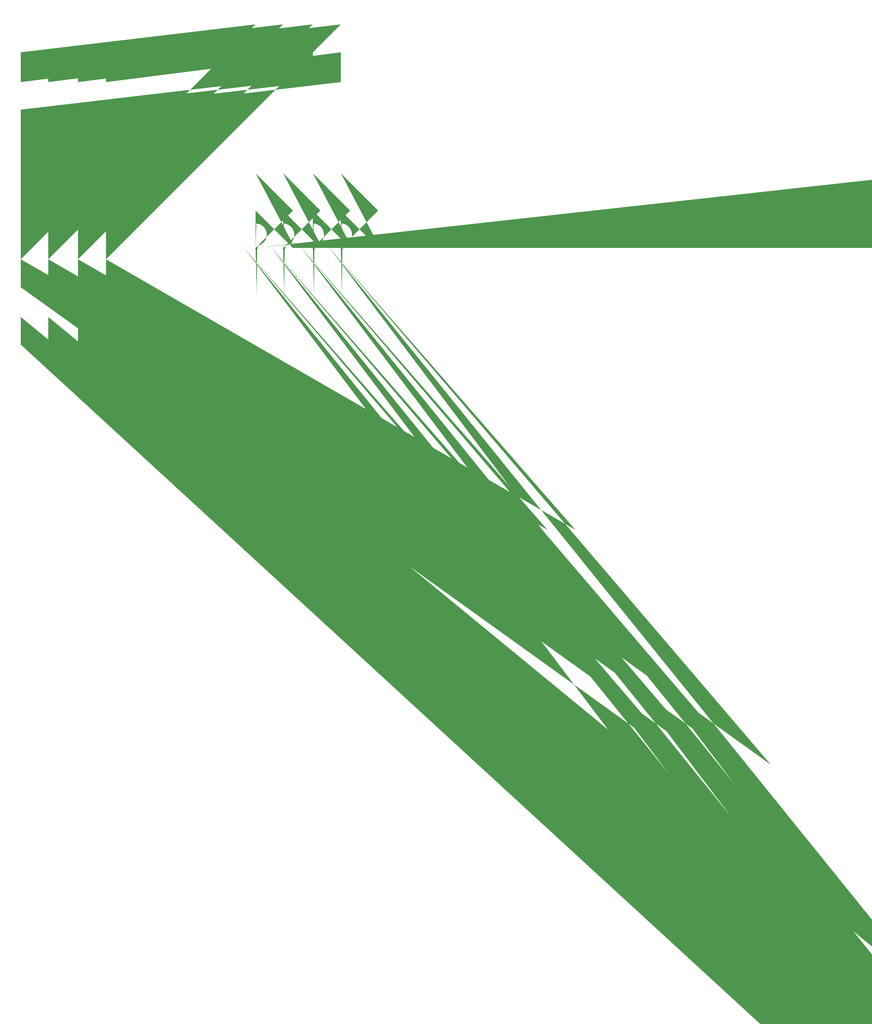
<source format=gtp>
G04 #@! TF.GenerationSoftware,KiCad,Pcbnew,7.0.7*
G04 #@! TF.CreationDate,2024-01-31T17:53:19+01:00*
G04 #@! TF.ProjectId,CabelAdapter,43616265-6c41-4646-9170-7465722e6b69,rev?*
G04 #@! TF.SameCoordinates,Original*
G04 #@! TF.FileFunction,Paste,Top*
G04 #@! TF.FilePolarity,Positive*
%FSLAX46Y46*%
G04 Gerber Fmt 4.6, Leading zero omitted, Abs format (unit mm)*
G04 Created by KiCad (PCBNEW 7.0.7) date 2024-01-31 17:53:19*
%MOMM*%
%LPD*%
G01*
G04 APERTURE LIST*
G04 Aperture macros list*
%AMFreePoly0*
4,1,196,0.542178,16.580636,1.081593,16.522643,1.615496,16.426316,2.141167,16.292147,2.655928,16.120818,3.157154,15.913203,3.642292,15.670360,4.108870,15.393527,4.554510,15.084113,4.976942,14.743697,5.374012,14.374012,5.743697,13.976942,6.084113,13.554510,6.393527,13.108870,6.670360,12.642292,6.913203,12.157154,7.120818,11.655928,7.292147,11.141167,7.426316,10.615496,7.522643,10.081593,
7.580636,9.542178,7.600000,9.000000,7.580636,8.457822,7.522643,7.918407,7.426316,7.384504,7.292147,6.858833,7.120818,6.344072,6.913203,5.842846,6.670360,5.357708,6.393527,4.891130,6.084113,4.445490,5.743697,4.023058,5.374012,3.625988,4.976942,3.256303,4.554510,2.915887,4.108870,2.606473,3.642292,2.329640,3.157154,2.086797,2.655928,1.879182,2.141167,1.707853,
1.615496,1.573684,1.495685,1.552067,1.500000,1.500000,1.500000,0.000000,1.479542,-0.246892,1.418726,-0.487049,1.319211,-0.713921,1.183711,-0.921319,1.015922,-1.103586,0.820422,-1.255750,0.602543,-1.373660,0.500000,-1.408862,0.500000,-5.000000,0.479746,-5.140866,0.420627,-5.270320,0.327430,-5.377875,0.207708,-5.454816,0.071157,-5.494911,-0.071157,-5.494911,-0.207708,-5.454816,
-0.327430,-5.377875,-0.420627,-5.270320,-0.479746,-5.140866,-0.500000,-5.000000,-0.500000,-1.408862,-0.602543,-1.373660,-0.820422,-1.255750,-1.015922,-1.103586,-1.183711,-0.921319,-1.319211,-0.713921,-1.418726,-0.487049,-1.479542,-0.246892,-1.500000,0.000000,-1.500000,1.500000,-1.495685,1.552067,-1.615496,1.573684,-2.141167,1.707853,-2.655928,1.879182,-3.157154,2.086797,-3.642292,2.329640,
-4.108870,2.606473,-4.554510,2.915887,-4.976942,3.256303,-5.374012,3.625988,-5.743697,4.023058,-6.084113,4.445490,-6.393527,4.891130,-6.670360,5.357708,-6.913203,5.842846,-7.120818,6.344072,-7.292147,6.858833,-7.426316,7.384504,-7.522643,7.918407,-7.580636,8.457822,-7.600000,9.000000,-5.804959,9.000000,-5.785132,8.520630,-5.725787,8.044535,-5.627329,7.574967,-5.490430,7.115133,
-5.316027,6.668175,-5.105309,6.237145,-4.859717,5.824988,-4.580928,5.434520,-4.270847,5.068408,-3.931592,4.729153,-3.565480,4.419072,-3.175012,4.140283,-2.762855,3.894691,-2.331825,3.683973,-1.884867,3.509570,-1.425033,3.372671,-0.955465,3.274213,-0.479370,3.214868,0.000000,3.195041,0.479370,3.214868,0.955465,3.274213,1.425033,3.372671,1.884867,3.509570,2.331825,3.683973,
2.762855,3.894691,3.175012,4.140283,3.565480,4.419072,3.931592,4.729153,4.270847,5.068408,4.580928,5.434520,4.859717,5.824988,5.105309,6.237145,5.316027,6.668175,5.490430,7.115133,5.627329,7.574967,5.725787,8.044535,5.785132,8.520630,5.804959,9.000000,5.785132,9.479370,5.725787,9.955465,5.627329,10.425033,5.490430,10.884867,5.316027,11.331825,5.105309,11.762855,
4.859717,12.175012,4.580928,12.565480,4.270847,12.931592,3.931592,13.270847,3.565480,13.580928,3.175012,13.859717,2.762855,14.105309,2.331825,14.316027,1.884867,14.490430,1.425033,14.627329,0.955465,14.725787,0.479370,14.785132,0.000000,14.804959,-0.479370,14.785132,-0.955465,14.725787,-1.425033,14.627329,-1.884867,14.490430,-2.331825,14.316027,-2.762855,14.105309,-3.175012,13.859717,
-3.565480,13.580928,-3.931592,13.270847,-4.270847,12.931592,-4.580928,12.565480,-4.859717,12.175012,-5.105309,11.762855,-5.316027,11.331825,-5.490430,10.884867,-5.627329,10.425033,-5.725787,9.955465,-5.785132,9.479370,-5.804959,9.000000,-7.600000,9.000000,-7.580636,9.542178,-7.522643,10.081593,-7.426316,10.615496,-7.292147,11.141167,-7.120818,11.655928,-6.913203,12.157154,-6.670360,12.642292,
-6.393527,13.108870,-6.084113,13.554510,-5.743697,13.976942,-5.374012,14.374012,-4.976942,14.743697,-4.554510,15.084113,-4.108870,15.393527,-3.642292,15.670360,-3.157154,15.913203,-2.655928,16.120818,-2.141167,16.292147,-1.615496,16.426316,-1.081593,16.522643,-0.542178,16.580636,0.000000,16.600000,0.542178,16.580636,0.542178,16.580636,$1*%
G04 Aperture macros list end*
%ADD10FreePoly0,0.000000*%
G04 APERTURE END LIST*
D10*
X152000000Y-159750000D03*
X133000000Y-159750000D03*
X112750000Y-159750000D03*
X94000000Y-159750000D03*
M02*

</source>
